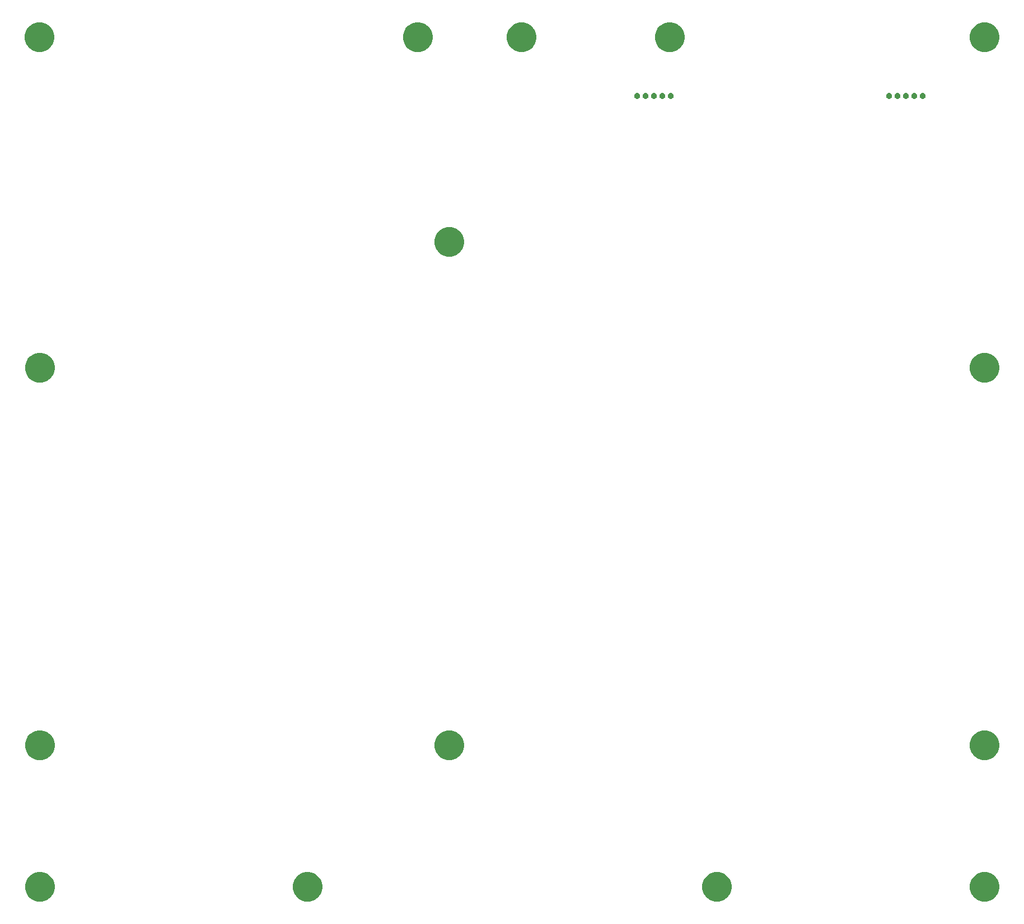
<source format=gts>
G04 #@! TF.GenerationSoftware,KiCad,Pcbnew,5.1.5*
G04 #@! TF.CreationDate,2019-12-12T01:12:10+09:00*
G04 #@! TF.ProjectId,Navpad_top-32u4,4e617670-6164-45f7-946f-702d33327534,rev?*
G04 #@! TF.SameCoordinates,Original*
G04 #@! TF.FileFunction,Soldermask,Top*
G04 #@! TF.FilePolarity,Negative*
%FSLAX46Y46*%
G04 Gerber Fmt 4.6, Leading zero omitted, Abs format (unit mm)*
G04 Created by KiCad (PCBNEW 5.1.5) date 2019-12-12 01:12:10*
%MOMM*%
%LPD*%
G04 APERTURE LIST*
%ADD10C,0.100000*%
G04 APERTURE END LIST*
D10*
G36*
X101113880Y-157367026D02*
G01*
X101494593Y-157442754D01*
X101904249Y-157612439D01*
X102272929Y-157858784D01*
X102586466Y-158172321D01*
X102832811Y-158541001D01*
X103002496Y-158950657D01*
X103089000Y-159385546D01*
X103089000Y-159828954D01*
X103002496Y-160263843D01*
X102832811Y-160673499D01*
X102586466Y-161042179D01*
X102272929Y-161355716D01*
X101904249Y-161602061D01*
X101494593Y-161771746D01*
X101113880Y-161847474D01*
X101059705Y-161858250D01*
X100616295Y-161858250D01*
X100562120Y-161847474D01*
X100181407Y-161771746D01*
X99771751Y-161602061D01*
X99403071Y-161355716D01*
X99089534Y-161042179D01*
X98843189Y-160673499D01*
X98673504Y-160263843D01*
X98587000Y-159828954D01*
X98587000Y-159385546D01*
X98673504Y-158950657D01*
X98843189Y-158541001D01*
X99089534Y-158172321D01*
X99403071Y-157858784D01*
X99771751Y-157612439D01*
X100181407Y-157442754D01*
X100562120Y-157367026D01*
X100616295Y-157356250D01*
X101059705Y-157356250D01*
X101113880Y-157367026D01*
G37*
G36*
X60632630Y-157367026D02*
G01*
X61013343Y-157442754D01*
X61422999Y-157612439D01*
X61791679Y-157858784D01*
X62105216Y-158172321D01*
X62351561Y-158541001D01*
X62521246Y-158950657D01*
X62607750Y-159385546D01*
X62607750Y-159828954D01*
X62521246Y-160263843D01*
X62351561Y-160673499D01*
X62105216Y-161042179D01*
X61791679Y-161355716D01*
X61422999Y-161602061D01*
X61013343Y-161771746D01*
X60632630Y-161847474D01*
X60578455Y-161858250D01*
X60135045Y-161858250D01*
X60080870Y-161847474D01*
X59700157Y-161771746D01*
X59290501Y-161602061D01*
X58921821Y-161355716D01*
X58608284Y-161042179D01*
X58361939Y-160673499D01*
X58192254Y-160263843D01*
X58105750Y-159828954D01*
X58105750Y-159385546D01*
X58192254Y-158950657D01*
X58361939Y-158541001D01*
X58608284Y-158172321D01*
X58921821Y-157858784D01*
X59290501Y-157612439D01*
X59700157Y-157442754D01*
X60080870Y-157367026D01*
X60135045Y-157356250D01*
X60578455Y-157356250D01*
X60632630Y-157367026D01*
G37*
G36*
X203507630Y-157367026D02*
G01*
X203888343Y-157442754D01*
X204297999Y-157612439D01*
X204666679Y-157858784D01*
X204980216Y-158172321D01*
X205226561Y-158541001D01*
X205396246Y-158950657D01*
X205482750Y-159385546D01*
X205482750Y-159828954D01*
X205396246Y-160263843D01*
X205226561Y-160673499D01*
X204980216Y-161042179D01*
X204666679Y-161355716D01*
X204297999Y-161602061D01*
X203888343Y-161771746D01*
X203507630Y-161847474D01*
X203453455Y-161858250D01*
X203010045Y-161858250D01*
X202955870Y-161847474D01*
X202575157Y-161771746D01*
X202165501Y-161602061D01*
X201796821Y-161355716D01*
X201483284Y-161042179D01*
X201236939Y-160673499D01*
X201067254Y-160263843D01*
X200980750Y-159828954D01*
X200980750Y-159385546D01*
X201067254Y-158950657D01*
X201236939Y-158541001D01*
X201483284Y-158172321D01*
X201796821Y-157858784D01*
X202165501Y-157612439D01*
X202575157Y-157442754D01*
X202955870Y-157367026D01*
X203010045Y-157356250D01*
X203453455Y-157356250D01*
X203507630Y-157367026D01*
G37*
G36*
X163026380Y-157367026D02*
G01*
X163407093Y-157442754D01*
X163816749Y-157612439D01*
X164185429Y-157858784D01*
X164498966Y-158172321D01*
X164745311Y-158541001D01*
X164914996Y-158950657D01*
X165001500Y-159385546D01*
X165001500Y-159828954D01*
X164914996Y-160263843D01*
X164745311Y-160673499D01*
X164498966Y-161042179D01*
X164185429Y-161355716D01*
X163816749Y-161602061D01*
X163407093Y-161771746D01*
X163026380Y-161847474D01*
X162972205Y-161858250D01*
X162528795Y-161858250D01*
X162474620Y-161847474D01*
X162093907Y-161771746D01*
X161684251Y-161602061D01*
X161315571Y-161355716D01*
X161002034Y-161042179D01*
X160755689Y-160673499D01*
X160586004Y-160263843D01*
X160499500Y-159828954D01*
X160499500Y-159385546D01*
X160586004Y-158950657D01*
X160755689Y-158541001D01*
X161002034Y-158172321D01*
X161315571Y-157858784D01*
X161684251Y-157612439D01*
X162093907Y-157442754D01*
X162474620Y-157367026D01*
X162528795Y-157356250D01*
X162972205Y-157356250D01*
X163026380Y-157367026D01*
G37*
G36*
X203507630Y-135935776D02*
G01*
X203888343Y-136011504D01*
X204297999Y-136181189D01*
X204666679Y-136427534D01*
X204980216Y-136741071D01*
X205226561Y-137109751D01*
X205396246Y-137519407D01*
X205482750Y-137954296D01*
X205482750Y-138397704D01*
X205396246Y-138832593D01*
X205226561Y-139242249D01*
X204980216Y-139610929D01*
X204666679Y-139924466D01*
X204297999Y-140170811D01*
X203888343Y-140340496D01*
X203507630Y-140416224D01*
X203453455Y-140427000D01*
X203010045Y-140427000D01*
X202955870Y-140416224D01*
X202575157Y-140340496D01*
X202165501Y-140170811D01*
X201796821Y-139924466D01*
X201483284Y-139610929D01*
X201236939Y-139242249D01*
X201067254Y-138832593D01*
X200980750Y-138397704D01*
X200980750Y-137954296D01*
X201067254Y-137519407D01*
X201236939Y-137109751D01*
X201483284Y-136741071D01*
X201796821Y-136427534D01*
X202165501Y-136181189D01*
X202575157Y-136011504D01*
X202955870Y-135935776D01*
X203010045Y-135925000D01*
X203453455Y-135925000D01*
X203507630Y-135935776D01*
G37*
G36*
X122545130Y-135935776D02*
G01*
X122925843Y-136011504D01*
X123335499Y-136181189D01*
X123704179Y-136427534D01*
X124017716Y-136741071D01*
X124264061Y-137109751D01*
X124433746Y-137519407D01*
X124520250Y-137954296D01*
X124520250Y-138397704D01*
X124433746Y-138832593D01*
X124264061Y-139242249D01*
X124017716Y-139610929D01*
X123704179Y-139924466D01*
X123335499Y-140170811D01*
X122925843Y-140340496D01*
X122545130Y-140416224D01*
X122490955Y-140427000D01*
X122047545Y-140427000D01*
X121993370Y-140416224D01*
X121612657Y-140340496D01*
X121203001Y-140170811D01*
X120834321Y-139924466D01*
X120520784Y-139610929D01*
X120274439Y-139242249D01*
X120104754Y-138832593D01*
X120018250Y-138397704D01*
X120018250Y-137954296D01*
X120104754Y-137519407D01*
X120274439Y-137109751D01*
X120520784Y-136741071D01*
X120834321Y-136427534D01*
X121203001Y-136181189D01*
X121612657Y-136011504D01*
X121993370Y-135935776D01*
X122047545Y-135925000D01*
X122490955Y-135925000D01*
X122545130Y-135935776D01*
G37*
G36*
X60632630Y-135935776D02*
G01*
X61013343Y-136011504D01*
X61422999Y-136181189D01*
X61791679Y-136427534D01*
X62105216Y-136741071D01*
X62351561Y-137109751D01*
X62521246Y-137519407D01*
X62607750Y-137954296D01*
X62607750Y-138397704D01*
X62521246Y-138832593D01*
X62351561Y-139242249D01*
X62105216Y-139610929D01*
X61791679Y-139924466D01*
X61422999Y-140170811D01*
X61013343Y-140340496D01*
X60632630Y-140416224D01*
X60578455Y-140427000D01*
X60135045Y-140427000D01*
X60080870Y-140416224D01*
X59700157Y-140340496D01*
X59290501Y-140170811D01*
X58921821Y-139924466D01*
X58608284Y-139610929D01*
X58361939Y-139242249D01*
X58192254Y-138832593D01*
X58105750Y-138397704D01*
X58105750Y-137954296D01*
X58192254Y-137519407D01*
X58361939Y-137109751D01*
X58608284Y-136741071D01*
X58921821Y-136427534D01*
X59290501Y-136181189D01*
X59700157Y-136011504D01*
X60080870Y-135935776D01*
X60135045Y-135925000D01*
X60578455Y-135925000D01*
X60632630Y-135935776D01*
G37*
G36*
X60632630Y-78785776D02*
G01*
X61013343Y-78861504D01*
X61422999Y-79031189D01*
X61791679Y-79277534D01*
X62105216Y-79591071D01*
X62351561Y-79959751D01*
X62521246Y-80369407D01*
X62607750Y-80804296D01*
X62607750Y-81247704D01*
X62521246Y-81682593D01*
X62351561Y-82092249D01*
X62105216Y-82460929D01*
X61791679Y-82774466D01*
X61422999Y-83020811D01*
X61013343Y-83190496D01*
X60632630Y-83266224D01*
X60578455Y-83277000D01*
X60135045Y-83277000D01*
X60080870Y-83266224D01*
X59700157Y-83190496D01*
X59290501Y-83020811D01*
X58921821Y-82774466D01*
X58608284Y-82460929D01*
X58361939Y-82092249D01*
X58192254Y-81682593D01*
X58105750Y-81247704D01*
X58105750Y-80804296D01*
X58192254Y-80369407D01*
X58361939Y-79959751D01*
X58608284Y-79591071D01*
X58921821Y-79277534D01*
X59290501Y-79031189D01*
X59700157Y-78861504D01*
X60080870Y-78785776D01*
X60135045Y-78775000D01*
X60578455Y-78775000D01*
X60632630Y-78785776D01*
G37*
G36*
X203507630Y-78785776D02*
G01*
X203888343Y-78861504D01*
X204297999Y-79031189D01*
X204666679Y-79277534D01*
X204980216Y-79591071D01*
X205226561Y-79959751D01*
X205396246Y-80369407D01*
X205482750Y-80804296D01*
X205482750Y-81247704D01*
X205396246Y-81682593D01*
X205226561Y-82092249D01*
X204980216Y-82460929D01*
X204666679Y-82774466D01*
X204297999Y-83020811D01*
X203888343Y-83190496D01*
X203507630Y-83266224D01*
X203453455Y-83277000D01*
X203010045Y-83277000D01*
X202955870Y-83266224D01*
X202575157Y-83190496D01*
X202165501Y-83020811D01*
X201796821Y-82774466D01*
X201483284Y-82460929D01*
X201236939Y-82092249D01*
X201067254Y-81682593D01*
X200980750Y-81247704D01*
X200980750Y-80804296D01*
X201067254Y-80369407D01*
X201236939Y-79959751D01*
X201483284Y-79591071D01*
X201796821Y-79277534D01*
X202165501Y-79031189D01*
X202575157Y-78861504D01*
X202955870Y-78785776D01*
X203010045Y-78775000D01*
X203453455Y-78775000D01*
X203507630Y-78785776D01*
G37*
G36*
X122545130Y-59735776D02*
G01*
X122925843Y-59811504D01*
X123335499Y-59981189D01*
X123704179Y-60227534D01*
X124017716Y-60541071D01*
X124264061Y-60909751D01*
X124433746Y-61319407D01*
X124520250Y-61754296D01*
X124520250Y-62197704D01*
X124433746Y-62632593D01*
X124264061Y-63042249D01*
X124017716Y-63410929D01*
X123704179Y-63724466D01*
X123335499Y-63970811D01*
X122925843Y-64140496D01*
X122545130Y-64216224D01*
X122490955Y-64227000D01*
X122047545Y-64227000D01*
X121993370Y-64216224D01*
X121612657Y-64140496D01*
X121203001Y-63970811D01*
X120834321Y-63724466D01*
X120520784Y-63410929D01*
X120274439Y-63042249D01*
X120104754Y-62632593D01*
X120018250Y-62197704D01*
X120018250Y-61754296D01*
X120104754Y-61319407D01*
X120274439Y-60909751D01*
X120520784Y-60541071D01*
X120834321Y-60227534D01*
X121203001Y-59981189D01*
X121612657Y-59811504D01*
X121993370Y-59735776D01*
X122047545Y-59725000D01*
X122490955Y-59725000D01*
X122545130Y-59735776D01*
G37*
G36*
X190185214Y-39450389D02*
G01*
X190266145Y-39483912D01*
X190338980Y-39532579D01*
X190400921Y-39594520D01*
X190449588Y-39667355D01*
X190483111Y-39748286D01*
X190500200Y-39834201D01*
X190500200Y-39921799D01*
X190483111Y-40007714D01*
X190449588Y-40088645D01*
X190400921Y-40161480D01*
X190338980Y-40223421D01*
X190266145Y-40272088D01*
X190266144Y-40272089D01*
X190266143Y-40272089D01*
X190185214Y-40305611D01*
X190099301Y-40322700D01*
X190011699Y-40322700D01*
X189925786Y-40305611D01*
X189844857Y-40272089D01*
X189844856Y-40272089D01*
X189844855Y-40272088D01*
X189772020Y-40223421D01*
X189710079Y-40161480D01*
X189661412Y-40088645D01*
X189627889Y-40007714D01*
X189610800Y-39921799D01*
X189610800Y-39834201D01*
X189627889Y-39748286D01*
X189661412Y-39667355D01*
X189710079Y-39594520D01*
X189772020Y-39532579D01*
X189844855Y-39483912D01*
X189925786Y-39450389D01*
X190011699Y-39433300D01*
X190099301Y-39433300D01*
X190185214Y-39450389D01*
G37*
G36*
X155895214Y-39450389D02*
G01*
X155976145Y-39483912D01*
X156048980Y-39532579D01*
X156110921Y-39594520D01*
X156159588Y-39667355D01*
X156193111Y-39748286D01*
X156210200Y-39834201D01*
X156210200Y-39921799D01*
X156193111Y-40007714D01*
X156159588Y-40088645D01*
X156110921Y-40161480D01*
X156048980Y-40223421D01*
X155976145Y-40272088D01*
X155976144Y-40272089D01*
X155976143Y-40272089D01*
X155895214Y-40305611D01*
X155809301Y-40322700D01*
X155721699Y-40322700D01*
X155635786Y-40305611D01*
X155554857Y-40272089D01*
X155554856Y-40272089D01*
X155554855Y-40272088D01*
X155482020Y-40223421D01*
X155420079Y-40161480D01*
X155371412Y-40088645D01*
X155337889Y-40007714D01*
X155320800Y-39921799D01*
X155320800Y-39834201D01*
X155337889Y-39748286D01*
X155371412Y-39667355D01*
X155420079Y-39594520D01*
X155482020Y-39532579D01*
X155554855Y-39483912D01*
X155635786Y-39450389D01*
X155721699Y-39433300D01*
X155809301Y-39433300D01*
X155895214Y-39450389D01*
G37*
G36*
X152085214Y-39450389D02*
G01*
X152166145Y-39483912D01*
X152238980Y-39532579D01*
X152300921Y-39594520D01*
X152349588Y-39667355D01*
X152383111Y-39748286D01*
X152400200Y-39834201D01*
X152400200Y-39921799D01*
X152383111Y-40007714D01*
X152349588Y-40088645D01*
X152300921Y-40161480D01*
X152238980Y-40223421D01*
X152166145Y-40272088D01*
X152166144Y-40272089D01*
X152166143Y-40272089D01*
X152085214Y-40305611D01*
X151999301Y-40322700D01*
X151911699Y-40322700D01*
X151825786Y-40305611D01*
X151744857Y-40272089D01*
X151744856Y-40272089D01*
X151744855Y-40272088D01*
X151672020Y-40223421D01*
X151610079Y-40161480D01*
X151561412Y-40088645D01*
X151527889Y-40007714D01*
X151510800Y-39921799D01*
X151510800Y-39834201D01*
X151527889Y-39748286D01*
X151561412Y-39667355D01*
X151610079Y-39594520D01*
X151672020Y-39532579D01*
X151744855Y-39483912D01*
X151825786Y-39450389D01*
X151911699Y-39433300D01*
X151999301Y-39433300D01*
X152085214Y-39450389D01*
G37*
G36*
X154625214Y-39450389D02*
G01*
X154706145Y-39483912D01*
X154778980Y-39532579D01*
X154840921Y-39594520D01*
X154889588Y-39667355D01*
X154923111Y-39748286D01*
X154940200Y-39834201D01*
X154940200Y-39921799D01*
X154923111Y-40007714D01*
X154889588Y-40088645D01*
X154840921Y-40161480D01*
X154778980Y-40223421D01*
X154706145Y-40272088D01*
X154706144Y-40272089D01*
X154706143Y-40272089D01*
X154625214Y-40305611D01*
X154539301Y-40322700D01*
X154451699Y-40322700D01*
X154365786Y-40305611D01*
X154284857Y-40272089D01*
X154284856Y-40272089D01*
X154284855Y-40272088D01*
X154212020Y-40223421D01*
X154150079Y-40161480D01*
X154101412Y-40088645D01*
X154067889Y-40007714D01*
X154050800Y-39921799D01*
X154050800Y-39834201D01*
X154067889Y-39748286D01*
X154101412Y-39667355D01*
X154150079Y-39594520D01*
X154212020Y-39532579D01*
X154284855Y-39483912D01*
X154365786Y-39450389D01*
X154451699Y-39433300D01*
X154539301Y-39433300D01*
X154625214Y-39450389D01*
G37*
G36*
X153355214Y-39450389D02*
G01*
X153436145Y-39483912D01*
X153508980Y-39532579D01*
X153570921Y-39594520D01*
X153619588Y-39667355D01*
X153653111Y-39748286D01*
X153670200Y-39834201D01*
X153670200Y-39921799D01*
X153653111Y-40007714D01*
X153619588Y-40088645D01*
X153570921Y-40161480D01*
X153508980Y-40223421D01*
X153436145Y-40272088D01*
X153436144Y-40272089D01*
X153436143Y-40272089D01*
X153355214Y-40305611D01*
X153269301Y-40322700D01*
X153181699Y-40322700D01*
X153095786Y-40305611D01*
X153014857Y-40272089D01*
X153014856Y-40272089D01*
X153014855Y-40272088D01*
X152942020Y-40223421D01*
X152880079Y-40161480D01*
X152831412Y-40088645D01*
X152797889Y-40007714D01*
X152780800Y-39921799D01*
X152780800Y-39834201D01*
X152797889Y-39748286D01*
X152831412Y-39667355D01*
X152880079Y-39594520D01*
X152942020Y-39532579D01*
X153014855Y-39483912D01*
X153095786Y-39450389D01*
X153181699Y-39433300D01*
X153269301Y-39433300D01*
X153355214Y-39450389D01*
G37*
G36*
X191455214Y-39450389D02*
G01*
X191536145Y-39483912D01*
X191608980Y-39532579D01*
X191670921Y-39594520D01*
X191719588Y-39667355D01*
X191753111Y-39748286D01*
X191770200Y-39834201D01*
X191770200Y-39921799D01*
X191753111Y-40007714D01*
X191719588Y-40088645D01*
X191670921Y-40161480D01*
X191608980Y-40223421D01*
X191536145Y-40272088D01*
X191536144Y-40272089D01*
X191536143Y-40272089D01*
X191455214Y-40305611D01*
X191369301Y-40322700D01*
X191281699Y-40322700D01*
X191195786Y-40305611D01*
X191114857Y-40272089D01*
X191114856Y-40272089D01*
X191114855Y-40272088D01*
X191042020Y-40223421D01*
X190980079Y-40161480D01*
X190931412Y-40088645D01*
X190897889Y-40007714D01*
X190880800Y-39921799D01*
X190880800Y-39834201D01*
X190897889Y-39748286D01*
X190931412Y-39667355D01*
X190980079Y-39594520D01*
X191042020Y-39532579D01*
X191114855Y-39483912D01*
X191195786Y-39450389D01*
X191281699Y-39433300D01*
X191369301Y-39433300D01*
X191455214Y-39450389D01*
G37*
G36*
X192725214Y-39450389D02*
G01*
X192806145Y-39483912D01*
X192878980Y-39532579D01*
X192940921Y-39594520D01*
X192989588Y-39667355D01*
X193023111Y-39748286D01*
X193040200Y-39834201D01*
X193040200Y-39921799D01*
X193023111Y-40007714D01*
X192989588Y-40088645D01*
X192940921Y-40161480D01*
X192878980Y-40223421D01*
X192806145Y-40272088D01*
X192806144Y-40272089D01*
X192806143Y-40272089D01*
X192725214Y-40305611D01*
X192639301Y-40322700D01*
X192551699Y-40322700D01*
X192465786Y-40305611D01*
X192384857Y-40272089D01*
X192384856Y-40272089D01*
X192384855Y-40272088D01*
X192312020Y-40223421D01*
X192250079Y-40161480D01*
X192201412Y-40088645D01*
X192167889Y-40007714D01*
X192150800Y-39921799D01*
X192150800Y-39834201D01*
X192167889Y-39748286D01*
X192201412Y-39667355D01*
X192250079Y-39594520D01*
X192312020Y-39532579D01*
X192384855Y-39483912D01*
X192465786Y-39450389D01*
X192551699Y-39433300D01*
X192639301Y-39433300D01*
X192725214Y-39450389D01*
G37*
G36*
X193995214Y-39450389D02*
G01*
X194076145Y-39483912D01*
X194148980Y-39532579D01*
X194210921Y-39594520D01*
X194259588Y-39667355D01*
X194293111Y-39748286D01*
X194310200Y-39834201D01*
X194310200Y-39921799D01*
X194293111Y-40007714D01*
X194259588Y-40088645D01*
X194210921Y-40161480D01*
X194148980Y-40223421D01*
X194076145Y-40272088D01*
X194076144Y-40272089D01*
X194076143Y-40272089D01*
X193995214Y-40305611D01*
X193909301Y-40322700D01*
X193821699Y-40322700D01*
X193735786Y-40305611D01*
X193654857Y-40272089D01*
X193654856Y-40272089D01*
X193654855Y-40272088D01*
X193582020Y-40223421D01*
X193520079Y-40161480D01*
X193471412Y-40088645D01*
X193437889Y-40007714D01*
X193420800Y-39921799D01*
X193420800Y-39834201D01*
X193437889Y-39748286D01*
X193471412Y-39667355D01*
X193520079Y-39594520D01*
X193582020Y-39532579D01*
X193654855Y-39483912D01*
X193735786Y-39450389D01*
X193821699Y-39433300D01*
X193909301Y-39433300D01*
X193995214Y-39450389D01*
G37*
G36*
X188915214Y-39450389D02*
G01*
X188996145Y-39483912D01*
X189068980Y-39532579D01*
X189130921Y-39594520D01*
X189179588Y-39667355D01*
X189213111Y-39748286D01*
X189230200Y-39834201D01*
X189230200Y-39921799D01*
X189213111Y-40007714D01*
X189179588Y-40088645D01*
X189130921Y-40161480D01*
X189068980Y-40223421D01*
X188996145Y-40272088D01*
X188996144Y-40272089D01*
X188996143Y-40272089D01*
X188915214Y-40305611D01*
X188829301Y-40322700D01*
X188741699Y-40322700D01*
X188655786Y-40305611D01*
X188574857Y-40272089D01*
X188574856Y-40272089D01*
X188574855Y-40272088D01*
X188502020Y-40223421D01*
X188440079Y-40161480D01*
X188391412Y-40088645D01*
X188357889Y-40007714D01*
X188340800Y-39921799D01*
X188340800Y-39834201D01*
X188357889Y-39748286D01*
X188391412Y-39667355D01*
X188440079Y-39594520D01*
X188502020Y-39532579D01*
X188574855Y-39483912D01*
X188655786Y-39450389D01*
X188741699Y-39433300D01*
X188829301Y-39433300D01*
X188915214Y-39450389D01*
G37*
G36*
X150815214Y-39450389D02*
G01*
X150896145Y-39483912D01*
X150968980Y-39532579D01*
X151030921Y-39594520D01*
X151079588Y-39667355D01*
X151113111Y-39748286D01*
X151130200Y-39834201D01*
X151130200Y-39921799D01*
X151113111Y-40007714D01*
X151079588Y-40088645D01*
X151030921Y-40161480D01*
X150968980Y-40223421D01*
X150896145Y-40272088D01*
X150896144Y-40272089D01*
X150896143Y-40272089D01*
X150815214Y-40305611D01*
X150729301Y-40322700D01*
X150641699Y-40322700D01*
X150555786Y-40305611D01*
X150474857Y-40272089D01*
X150474856Y-40272089D01*
X150474855Y-40272088D01*
X150402020Y-40223421D01*
X150340079Y-40161480D01*
X150291412Y-40088645D01*
X150257889Y-40007714D01*
X150240800Y-39921799D01*
X150240800Y-39834201D01*
X150257889Y-39748286D01*
X150291412Y-39667355D01*
X150340079Y-39594520D01*
X150402020Y-39532579D01*
X150474855Y-39483912D01*
X150555786Y-39450389D01*
X150641699Y-39433300D01*
X150729301Y-39433300D01*
X150815214Y-39450389D01*
G37*
G36*
X203507630Y-28779526D02*
G01*
X203888343Y-28855254D01*
X204297999Y-29024939D01*
X204666679Y-29271284D01*
X204980216Y-29584821D01*
X205226561Y-29953501D01*
X205396246Y-30363157D01*
X205482750Y-30798046D01*
X205482750Y-31241454D01*
X205396246Y-31676343D01*
X205226561Y-32085999D01*
X204980216Y-32454679D01*
X204666679Y-32768216D01*
X204297999Y-33014561D01*
X203888343Y-33184246D01*
X203507630Y-33259974D01*
X203453455Y-33270750D01*
X203010045Y-33270750D01*
X202955870Y-33259974D01*
X202575157Y-33184246D01*
X202165501Y-33014561D01*
X201796821Y-32768216D01*
X201483284Y-32454679D01*
X201236939Y-32085999D01*
X201067254Y-31676343D01*
X200980750Y-31241454D01*
X200980750Y-30798046D01*
X201067254Y-30363157D01*
X201236939Y-29953501D01*
X201483284Y-29584821D01*
X201796821Y-29271284D01*
X202165501Y-29024939D01*
X202575157Y-28855254D01*
X202955870Y-28779526D01*
X203010045Y-28768750D01*
X203453455Y-28768750D01*
X203507630Y-28779526D01*
G37*
G36*
X133498880Y-28779526D02*
G01*
X133879593Y-28855254D01*
X134289249Y-29024939D01*
X134657929Y-29271284D01*
X134971466Y-29584821D01*
X135217811Y-29953501D01*
X135387496Y-30363157D01*
X135474000Y-30798046D01*
X135474000Y-31241454D01*
X135387496Y-31676343D01*
X135217811Y-32085999D01*
X134971466Y-32454679D01*
X134657929Y-32768216D01*
X134289249Y-33014561D01*
X133879593Y-33184246D01*
X133498880Y-33259974D01*
X133444705Y-33270750D01*
X133001295Y-33270750D01*
X132947120Y-33259974D01*
X132566407Y-33184246D01*
X132156751Y-33014561D01*
X131788071Y-32768216D01*
X131474534Y-32454679D01*
X131228189Y-32085999D01*
X131058504Y-31676343D01*
X130972000Y-31241454D01*
X130972000Y-30798046D01*
X131058504Y-30363157D01*
X131228189Y-29953501D01*
X131474534Y-29584821D01*
X131788071Y-29271284D01*
X132156751Y-29024939D01*
X132566407Y-28855254D01*
X132947120Y-28779526D01*
X133001295Y-28768750D01*
X133444705Y-28768750D01*
X133498880Y-28779526D01*
G37*
G36*
X155882630Y-28747776D02*
G01*
X156263343Y-28823504D01*
X156672999Y-28993189D01*
X157041679Y-29239534D01*
X157355216Y-29553071D01*
X157601561Y-29921751D01*
X157771246Y-30331407D01*
X157857750Y-30766296D01*
X157857750Y-31209704D01*
X157771246Y-31644593D01*
X157601561Y-32054249D01*
X157355216Y-32422929D01*
X157041679Y-32736466D01*
X156672999Y-32982811D01*
X156263343Y-33152496D01*
X155882630Y-33228224D01*
X155828455Y-33239000D01*
X155385045Y-33239000D01*
X155330870Y-33228224D01*
X154950157Y-33152496D01*
X154540501Y-32982811D01*
X154171821Y-32736466D01*
X153858284Y-32422929D01*
X153611939Y-32054249D01*
X153442254Y-31644593D01*
X153355750Y-31209704D01*
X153355750Y-30766296D01*
X153442254Y-30331407D01*
X153611939Y-29921751D01*
X153858284Y-29553071D01*
X154171821Y-29239534D01*
X154540501Y-28993189D01*
X154950157Y-28823504D01*
X155330870Y-28747776D01*
X155385045Y-28737000D01*
X155828455Y-28737000D01*
X155882630Y-28747776D01*
G37*
G36*
X117782630Y-28747776D02*
G01*
X118163343Y-28823504D01*
X118572999Y-28993189D01*
X118941679Y-29239534D01*
X119255216Y-29553071D01*
X119501561Y-29921751D01*
X119671246Y-30331407D01*
X119757750Y-30766296D01*
X119757750Y-31209704D01*
X119671246Y-31644593D01*
X119501561Y-32054249D01*
X119255216Y-32422929D01*
X118941679Y-32736466D01*
X118572999Y-32982811D01*
X118163343Y-33152496D01*
X117782630Y-33228224D01*
X117728455Y-33239000D01*
X117285045Y-33239000D01*
X117230870Y-33228224D01*
X116850157Y-33152496D01*
X116440501Y-32982811D01*
X116071821Y-32736466D01*
X115758284Y-32422929D01*
X115511939Y-32054249D01*
X115342254Y-31644593D01*
X115255750Y-31209704D01*
X115255750Y-30766296D01*
X115342254Y-30331407D01*
X115511939Y-29921751D01*
X115758284Y-29553071D01*
X116071821Y-29239534D01*
X116440501Y-28993189D01*
X116850157Y-28823504D01*
X117230870Y-28747776D01*
X117285045Y-28737000D01*
X117728455Y-28737000D01*
X117782630Y-28747776D01*
G37*
G36*
X60600880Y-28747776D02*
G01*
X60981593Y-28823504D01*
X61391249Y-28993189D01*
X61759929Y-29239534D01*
X62073466Y-29553071D01*
X62319811Y-29921751D01*
X62489496Y-30331407D01*
X62576000Y-30766296D01*
X62576000Y-31209704D01*
X62489496Y-31644593D01*
X62319811Y-32054249D01*
X62073466Y-32422929D01*
X61759929Y-32736466D01*
X61391249Y-32982811D01*
X60981593Y-33152496D01*
X60600880Y-33228224D01*
X60546705Y-33239000D01*
X60103295Y-33239000D01*
X60049120Y-33228224D01*
X59668407Y-33152496D01*
X59258751Y-32982811D01*
X58890071Y-32736466D01*
X58576534Y-32422929D01*
X58330189Y-32054249D01*
X58160504Y-31644593D01*
X58074000Y-31209704D01*
X58074000Y-30766296D01*
X58160504Y-30331407D01*
X58330189Y-29921751D01*
X58576534Y-29553071D01*
X58890071Y-29239534D01*
X59258751Y-28993189D01*
X59668407Y-28823504D01*
X60049120Y-28747776D01*
X60103295Y-28737000D01*
X60546705Y-28737000D01*
X60600880Y-28747776D01*
G37*
M02*

</source>
